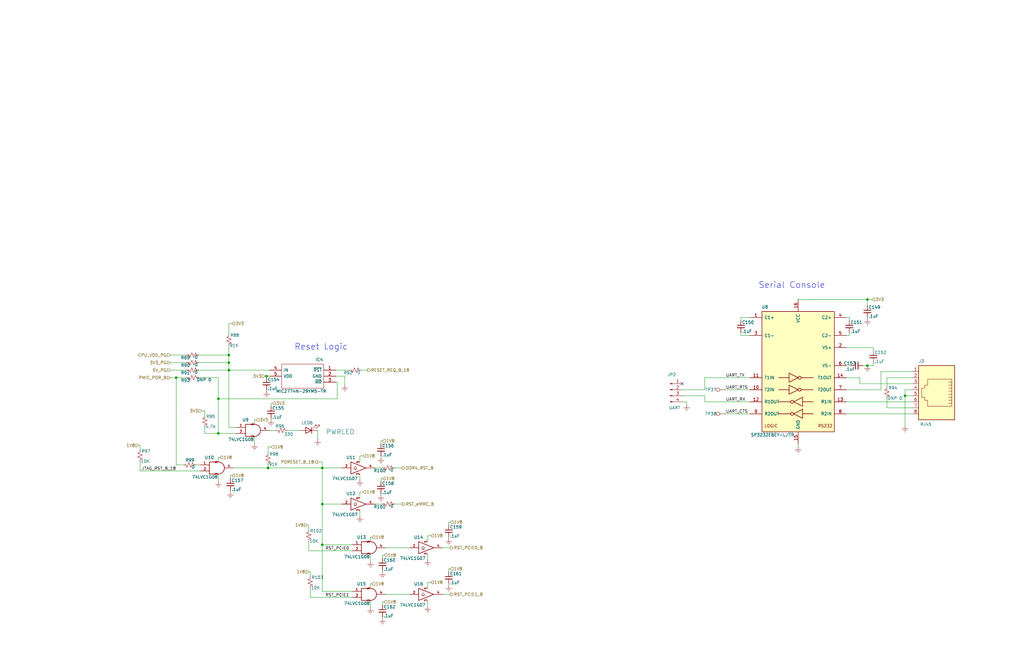
<source format=kicad_sch>
(kicad_sch (version 20200828) (generator eeschema)
  (page 6 6)
  (paper "USLedger")
  (title_block (title "AP2100-power-proto") (date "2020-10-06") (rev "1") (company "ISis ImageStream Internet Solutions, Inc."))
  (lib_symbols
    (symbol "AP2100-rescue:GND-Scott" (power) (pin_names (offset 0))
      (property "Value" "GND-Scott" (at 0 -3.81 0))
      (symbol "GND-Scott_1_1"
        (polyline (pts (xy -0.635 -1.905) (xy 0.635 -1.905)))
        (polyline (pts (xy -0.127 -2.54) (xy 0.127 -2.54)))
        (polyline (pts (xy 0 -1.27) (xy 0 0)))
        (polyline (pts (xy 1.27 -1.27) (xy -1.27 -1.27)))
        (pin power_in line (at 0 0 270) (length 0) hide (name "GND") (number "1"))
      )
    )
    (symbol "Connector:Conn_01x04_Male" (pin_names (offset 1.016) hide)
      (property "Reference" "J" (at 0 5.08 0))
      (property "Value" "Conn_01x04_Male" (at 0 -7.62 0))
      (symbol "Conn_01x04_Male_1_1"
        (rectangle (start 0.8636 -4.953) (end 0 -5.207) (stroke (width 0.1524)) (fill (type outline)))
        (rectangle (start 0.8636 -2.413) (end 0 -2.667) (stroke (width 0.1524)) (fill (type outline)))
        (rectangle (start 0.8636 0.127) (end 0 -0.127) (stroke (width 0.1524)) (fill (type outline)))
        (rectangle (start 0.8636 2.667) (end 0 2.413) (stroke (width 0.1524)) (fill (type outline)))
        (polyline (pts (xy 1.27 -5.08) (xy 0.8636 -5.08)) (stroke (width 0.1524)))
        (polyline (pts (xy 1.27 -2.54) (xy 0.8636 -2.54)) (stroke (width 0.1524)))
        (polyline (pts (xy 1.27 0) (xy 0.8636 0)) (stroke (width 0.1524)))
        (polyline (pts (xy 1.27 2.54) (xy 0.8636 2.54)) (stroke (width 0.1524)))
        (pin passive line (at 5.08 2.54 180) (length 3.81) (name "Pin_1") (number "1"))
        (pin passive line (at 5.08 0 180) (length 3.81) (name "Pin_2") (number "2"))
        (pin passive line (at 5.08 -2.54 180) (length 3.81) (name "Pin_3") (number "3"))
        (pin passive line (at 5.08 -5.08 180) (length 3.81) (name "Pin_4") (number "4"))
      )
    )
    (symbol "Connector:RJ45" (pin_names (offset 1.016))
      (property "Reference" "J" (at -5.08 13.97 0))
      (property "Value" "RJ45" (at 2.54 13.97 0))
      (symbol "RJ45_0_1"
        (rectangle (start 7.62 12.7) (end -7.62 -10.16) (stroke (width 0.254)) (fill (type background)))
        (polyline (pts (xy -5.08 4.445) (xy -6.35 4.445)))
        (polyline (pts (xy -5.08 5.715) (xy -6.35 5.715)))
        (polyline (pts (xy -6.35 -3.175) (xy -5.08 -3.175) (xy -5.08 -3.175)))
        (polyline (pts (xy -6.35 -1.905) (xy -5.08 -1.905) (xy -5.08 -1.905)))
        (polyline (pts (xy -6.35 -0.635) (xy -5.08 -0.635) (xy -5.08 -0.635)))
        (polyline (pts (xy -6.35 0.635) (xy -5.08 0.635) (xy -5.08 0.635)))
        (polyline (pts (xy -6.35 1.905) (xy -5.08 1.905) (xy -5.08 1.905)))
        (polyline (pts (xy -5.08 3.175) (xy -6.35 3.175) (xy -6.35 3.175)))
        (polyline (pts (xy -6.35 -4.445) (xy -6.35 6.985) (xy 3.81 6.985) (xy 3.81 4.445) (xy 5.08 4.445) (xy 5.08 3.175) (xy 6.35 3.175) (xy 6.35 -0.635) (xy 5.08 -0.635) (xy 5.08 -1.905) (xy 3.81 -1.905) (xy 3.81 -4.445) (xy -6.35 -4.445) (xy -6.35 -4.445)))
      )
      (symbol "RJ45_1_1"
        (pin passive line (at 10.16 -7.62 180) (length 2.54) (name "~") (number "1"))
        (pin passive line (at 10.16 -5.08 180) (length 2.54) (name "~") (number "2"))
        (pin passive line (at 10.16 -2.54 180) (length 2.54) (name "~") (number "3"))
        (pin passive line (at 10.16 0 180) (length 2.54) (name "~") (number "4"))
        (pin passive line (at 10.16 2.54 180) (length 2.54) (name "~") (number "5"))
        (pin passive line (at 10.16 5.08 180) (length 2.54) (name "~") (number "6"))
        (pin passive line (at 10.16 7.62 180) (length 2.54) (name "~") (number "7"))
        (pin passive line (at 10.16 10.16 180) (length 2.54) (name "~") (number "8"))
      )
    )
    (symbol "Connector:TestPoint" (pin_numbers hide) (pin_names (offset 0.762) hide)
      (property "Reference" "TP" (at 0 6.858 0))
      (property "Value" "TestPoint" (at 0 5.08 0))
      (symbol "TestPoint_0_1"
        (circle (center 0 3.302) (radius 0.762))
      )
      (symbol "TestPoint_1_1"
        (pin passive line (at 0 0 90) (length 2.54) (name "1") (number "1"))
      )
    )
    (symbol "Device:C_Small" (pin_numbers hide) (pin_names (offset 0.254) hide)
      (property "Reference" "C" (at 0.254 1.778 0))
      (property "Value" "C_Small" (at 0.254 -2.032 0))
      (symbol "C_Small_0_1"
        (polyline (pts (xy -1.524 -0.508) (xy 1.524 -0.508)) (stroke (width 0.3302)))
        (polyline (pts (xy -1.524 0.508) (xy 1.524 0.508)) (stroke (width 0.3048)))
      )
      (symbol "C_Small_1_1"
        (pin passive line (at 0 2.54 270) (length 2.032) (name "~") (number "1"))
        (pin passive line (at 0 -2.54 90) (length 2.032) (name "~") (number "2"))
      )
    )
    (symbol "Device:LED" (pin_numbers hide) (pin_names (offset 1.016) hide)
      (property "Reference" "D" (at 0 2.54 0))
      (property "Value" "LED" (at 0 -2.54 0))
      (symbol "LED_0_1"
        (polyline (pts (xy -1.27 -1.27) (xy -1.27 1.27)) (stroke (width 0.254)))
        (polyline (pts (xy -1.27 0) (xy 1.27 0)))
        (polyline (pts (xy 1.27 -1.27) (xy 1.27 1.27) (xy -1.27 0) (xy 1.27 -1.27)) (stroke (width 0.254)))
        (polyline (pts (xy -3.048 -0.762) (xy -4.572 -2.286) (xy -3.81 -2.286) (xy -4.572 -2.286) (xy -4.572 -1.524)))
        (polyline (pts (xy -1.778 -0.762) (xy -3.302 -2.286) (xy -2.54 -2.286) (xy -3.302 -2.286) (xy -3.302 -1.524)))
      )
      (symbol "LED_1_1"
        (pin passive line (at -3.81 0 0) (length 2.54) (name "K") (number "1"))
        (pin passive line (at 3.81 0 180) (length 2.54) (name "A") (number "2"))
      )
    )
    (symbol "Device:R_Small_US" (pin_numbers hide) (pin_names (offset 0.254) hide)
      (property "Reference" "R" (at 0.762 0.508 0))
      (property "Value" "R_Small_US" (at 0.762 -1.016 0))
      (symbol "R_Small_US_1_1"
        (polyline (pts (xy 0 0) (xy 1.016 -0.381) (xy 0 -0.762) (xy -1.016 -1.143) (xy 0 -1.524)))
        (polyline (pts (xy 0 1.524) (xy 1.016 1.143) (xy 0 0.762) (xy -1.016 0.381) (xy 0 0)))
        (pin passive line (at 0 2.54 270) (length 1.016) (name "~") (number "1"))
        (pin passive line (at 0 -2.54 90) (length 1.016) (name "~") (number "2"))
      )
    )
    (symbol "Interface_UART:MAX3232" (pin_names (offset 1.016))
      (property "Reference" "U" (at -2.54 28.575 0))
      (property "Value" "MAX3232" (at -2.54 26.67 0))
      (symbol "MAX3232_0_1"
        (circle (center -2.54 -17.78) (radius 0.635) (stroke (width 0.254)))
        (circle (center -2.54 -12.7) (radius 0.635) (stroke (width 0.254)))
        (circle (center 0.635 -7.62) (radius 0.635) (stroke (width 0.254)))
        (circle (center 0.635 -2.54) (radius 0.635) (stroke (width 0.254)))
        (rectangle (start -15.24 -25.4) (end 15.24 25.4) (stroke (width 0.254)) (fill (type background)))
        (polyline (pts (xy -3.81 -7.62) (xy -8.255 -7.62)) (stroke (width 0.254)))
        (polyline (pts (xy -3.81 -2.54) (xy -8.255 -2.54)) (stroke (width 0.254)))
        (polyline (pts (xy -3.175 -17.78) (xy -8.255 -17.78)) (stroke (width 0.254)))
        (polyline (pts (xy -3.175 -12.7) (xy -8.255 -12.7)) (stroke (width 0.254)))
        (polyline (pts (xy 1.27 -7.62) (xy 6.35 -7.62)) (stroke (width 0.254)))
        (polyline (pts (xy 1.27 -2.54) (xy 6.35 -2.54)) (stroke (width 0.254)))
        (polyline (pts (xy 1.905 -17.78) (xy 6.35 -17.78)) (stroke (width 0.254)))
        (polyline (pts (xy 1.905 -12.7) (xy 6.35 -12.7)) (stroke (width 0.254)))
        (polyline (pts (xy -3.81 -5.715) (xy -3.81 -9.525) (xy 0 -7.62) (xy -3.81 -5.715)) (stroke (width 0.254)))
        (polyline (pts (xy -3.81 -0.635) (xy -3.81 -4.445) (xy 0 -2.54) (xy -3.81 -0.635)) (stroke (width 0.254)))
        (polyline (pts (xy 1.905 -15.875) (xy 1.905 -19.685) (xy -1.905 -17.78) (xy 1.905 -15.875)) (stroke (width 0.254)))
        (polyline (pts (xy 1.905 -10.795) (xy 1.905 -14.605) (xy -1.905 -12.7) (xy 1.905 -10.795)) (stroke (width 0.254)))
      )
      (symbol "MAX3232_0_0"
        (text "LOGIC" (at -11.43 -22.86 0) (effects (font (size 1.27 1.27))))
        (text "RS232" (at 11.43 -22.86 0) (effects (font (size 1.27 1.27))))
      )
      (symbol "MAX3232_1_1"
        (pin passive line (at -20.32 22.86 0) (length 5.08) (name "C1+") (number "1"))
        (pin input line (at -20.32 -7.62 0) (length 5.08) (name "T2IN") (number "10"))
        (pin input line (at -20.32 -2.54 0) (length 5.08) (name "T1IN") (number "11"))
        (pin output line (at -20.32 -12.7 0) (length 5.08) (name "R1OUT") (number "12"))
        (pin input line (at 20.32 -12.7 180) (length 5.08) (name "R1IN") (number "13"))
        (pin output line (at 20.32 -2.54 180) (length 5.08) (name "T1OUT") (number "14"))
        (pin power_in line (at 0 -30.48 90) (length 5.08) (name "GND") (number "15"))
        (pin power_in line (at 0 30.48 270) (length 5.08) (name "VCC") (number "16"))
        (pin power_out line (at 20.32 10.16 180) (length 5.08) (name "VS+") (number "2"))
        (pin passive line (at -20.32 15.24 0) (length 5.08) (name "C1-") (number "3"))
        (pin passive line (at 20.32 22.86 180) (length 5.08) (name "C2+") (number "4"))
        (pin passive line (at 20.32 15.24 180) (length 5.08) (name "C2-") (number "5"))
        (pin power_out line (at 20.32 2.54 180) (length 5.08) (name "VS-") (number "6"))
        (pin output line (at 20.32 -7.62 180) (length 5.08) (name "T2OUT") (number "7"))
        (pin input line (at 20.32 -17.78 180) (length 5.08) (name "R2IN") (number "8"))
        (pin output line (at -20.32 -17.78 0) (length 5.08) (name "R2OUT") (number "9"))
      )
    )
    (symbol "MIC2774L-29YM5-TR:MIC2774L-29YM5-TR" (pin_names (offset 0.762))
      (property "Reference" "IC" (at 24.13 7.62 0))
      (property "Value" "MIC2774L-29YM5-TR" (at 24.13 5.08 0))
      (symbol "MIC2774L-29YM5-TR_0_1"
        (polyline (pts (xy 5.08 2.54) (xy 22.86 2.54) (xy 22.86 -7.62) (xy 5.08 -7.62) (xy 5.08 2.54)) (stroke (width 0.1524)))
      )
      (symbol "MIC2774L-29YM5-TR_0_0"
        (pin passive line (at 0 0 0) (length 5.08) (name "~RST") (number "1"))
        (pin passive line (at 0 -2.54 0) (length 5.08) (name "GND") (number "2"))
        (pin passive line (at 0 -5.08 0) (length 5.08) (name "~MR") (number "3"))
        (pin passive line (at 27.94 0 180) (length 5.08) (name "IN") (number "4"))
        (pin passive line (at 27.94 -2.54 180) (length 5.08) (name "VDD") (number "5"))
      )
    )
    (symbol "Scott:74LVC1G07" (pin_names (offset 1.016))
      (property "Reference" "U" (at -2.54 3.81 0))
      (property "Value" "74LVC1G07" (at 0 -3.81 0))
      (symbol "74LVC1G07_0_1"
        (polyline (pts (xy -2.54 -0.635) (xy -1.27 -0.635)))
        (polyline (pts (xy -3.81 2.54) (xy -3.81 -2.54) (xy 2.54 0) (xy -3.81 2.54)) (stroke (width 0.254)))
        (polyline (pts (xy -1.905 0.635) (xy -2.54 0) (xy -1.905 -0.635) (xy -1.27 0) (xy -1.905 0.635)))
      )
      (symbol "74LVC1G07_1_1"
        (pin input line (at -7.62 0 0) (length 3.81) (name "~") (number "2"))
        (pin power_in line (at 0 -2.54 270) (length 0) (name "~") (number "3"))
        (pin open_collector line (at 6.35 0 180) (length 3.81) (name "~") (number "4"))
        (pin power_in line (at 0 2.54 90) (length 0) (name "~") (number "5"))
      )
    )
    (symbol "Scott:74LVC1G07_1" (pin_names (offset 1.016))
      (property "Reference" "U" (at -2.54 3.81 0))
      (property "Value" "74LVC1G07" (at 0 -3.81 0))
      (symbol "74LVC1G07_1_0_1"
        (polyline (pts (xy -2.54 -0.635) (xy -1.27 -0.635)))
        (polyline (pts (xy -3.81 2.54) (xy -3.81 -2.54) (xy 2.54 0) (xy -3.81 2.54)) (stroke (width 0.254)))
        (polyline (pts (xy -1.905 0.635) (xy -2.54 0) (xy -1.905 -0.635) (xy -1.27 0) (xy -1.905 0.635)))
      )
      (symbol "74LVC1G07_1_1_1"
        (pin input line (at -7.62 0 0) (length 3.81) (name "~") (number "2"))
        (pin power_in line (at 0 -2.54 270) (length 0) (name "~") (number "3"))
        (pin open_collector line (at 6.35 0 180) (length 3.81) (name "~") (number "4"))
        (pin power_in line (at 0 2.54 90) (length 0) (name "~") (number "5"))
      )
    )
    (symbol "Scott:74LVC1G07_2" (pin_names (offset 1.016))
      (property "Reference" "U" (at -2.54 3.81 0))
      (property "Value" "74LVC1G07" (at 0 -3.81 0))
      (symbol "74LVC1G07_2_0_1"
        (polyline (pts (xy -2.54 -0.635) (xy -1.27 -0.635)))
        (polyline (pts (xy -3.81 2.54) (xy -3.81 -2.54) (xy 2.54 0) (xy -3.81 2.54)) (stroke (width 0.254)))
        (polyline (pts (xy -1.905 0.635) (xy -2.54 0) (xy -1.905 -0.635) (xy -1.27 0) (xy -1.905 0.635)))
      )
      (symbol "74LVC1G07_2_1_1"
        (pin input line (at -7.62 0 0) (length 3.81) (name "~") (number "2"))
        (pin power_in line (at 0 -2.54 270) (length 0) (name "~") (number "3"))
        (pin open_collector line (at 6.35 0 180) (length 3.81) (name "~") (number "4"))
        (pin power_in line (at 0 2.54 90) (length 0) (name "~") (number "5"))
      )
    )
    (symbol "Scott:74LVC1G07_3" (pin_names (offset 1.016))
      (property "Reference" "U" (at -2.54 3.81 0))
      (property "Value" "74LVC1G07" (at 0 -3.81 0))
      (symbol "74LVC1G07_3_0_1"
        (polyline (pts (xy -2.54 -0.635) (xy -1.27 -0.635)))
        (polyline (pts (xy -3.81 2.54) (xy -3.81 -2.54) (xy 2.54 0) (xy -3.81 2.54)) (stroke (width 0.254)))
        (polyline (pts (xy -1.905 0.635) (xy -2.54 0) (xy -1.905 -0.635) (xy -1.27 0) (xy -1.905 0.635)))
      )
      (symbol "74LVC1G07_3_1_1"
        (pin input line (at -7.62 0 0) (length 3.81) (name "~") (number "2"))
        (pin power_in line (at 0 -2.54 270) (length 0) (name "~") (number "3"))
        (pin open_collector line (at 6.35 0 180) (length 3.81) (name "~") (number "4"))
        (pin power_in line (at 0 2.54 90) (length 0) (name "~") (number "5"))
      )
    )
    (symbol "Scott:74LVC1G08" (pin_names (offset 1.016))
      (property "Reference" "U" (at -2.54 3.81 0))
      (property "Value" "74LVC1G08" (at 0 -3.81 0))
      (symbol "74LVC1G08_0_1"
        (arc (start 0 -2.54) (end 0 2.54) (radius (at 0 0) (length 2.54) (angles -89.9 89.9)) (stroke (width 0.254)))
        (polyline (pts (xy 0 -2.54) (xy -3.81 -2.54) (xy -3.81 2.54) (xy 0 2.54)) (stroke (width 0.254)))
      )
      (symbol "74LVC1G08_1_1"
        (pin input line (at -7.62 1.27 0) (length 3.81) (name "~") (number "1"))
        (pin input line (at -7.62 -1.27 0) (length 3.81) (name "~") (number "2"))
        (pin power_in line (at 0 -2.54 270) (length 0) (name "~") (number "3"))
        (pin output line (at 6.35 0 180) (length 3.81) (name "~") (number "4"))
        (pin power_in line (at 0 2.54 90) (length 0) (name "~") (number "5"))
      )
    )
    (symbol "Scott:74LVC1G08_1" (pin_names (offset 1.016))
      (property "Reference" "U" (at -2.54 3.81 0))
      (property "Value" "74LVC1G08" (at 0 -3.81 0))
      (symbol "74LVC1G08_1_0_1"
        (arc (start 0 -2.54) (end 0 2.54) (radius (at 0 0) (length 2.54) (angles -89.9 89.9)) (stroke (width 0.254)))
        (polyline (pts (xy 0 -2.54) (xy -3.81 -2.54) (xy -3.81 2.54) (xy 0 2.54)) (stroke (width 0.254)))
      )
      (symbol "74LVC1G08_1_1_1"
        (pin input line (at -7.62 1.27 0) (length 3.81) (name "~") (number "1"))
        (pin input line (at -7.62 -1.27 0) (length 3.81) (name "~") (number "2"))
        (pin power_in line (at 0 -2.54 270) (length 0) (name "~") (number "3"))
        (pin output line (at 6.35 0 180) (length 3.81) (name "~") (number "4"))
        (pin power_in line (at 0 2.54 90) (length 0) (name "~") (number "5"))
      )
    )
    (symbol "Scott:74LVC1G08_2" (pin_names (offset 1.016))
      (property "Reference" "U" (at -2.54 3.81 0))
      (property "Value" "74LVC1G08" (at 0 -3.81 0))
      (symbol "74LVC1G08_2_0_1"
        (arc (start 0 -2.54) (end 0 2.54) (radius (at 0 0) (length 2.54) (angles -89.9 89.9)) (stroke (width 0.254)))
        (polyline (pts (xy 0 -2.54) (xy -3.81 -2.54) (xy -3.81 2.54) (xy 0 2.54)) (stroke (width 0.254)))
      )
      (symbol "74LVC1G08_2_1_1"
        (pin input line (at -7.62 1.27 0) (length 3.81) (name "~") (number "1"))
        (pin input line (at -7.62 -1.27 0) (length 3.81) (name "~") (number "2"))
        (pin power_in line (at 0 -2.54 270) (length 0) (name "~") (number "3"))
        (pin output line (at 6.35 0 180) (length 3.81) (name "~") (number "4"))
        (pin power_in line (at 0 2.54 90) (length 0) (name "~") (number "5"))
      )
    )
    (symbol "Scott:74LVC1G08_3" (pin_names (offset 1.016))
      (property "Reference" "U" (at -2.54 3.81 0))
      (property "Value" "74LVC1G08" (at 0 -3.81 0))
      (symbol "74LVC1G08_3_0_1"
        (arc (start 0 -2.54) (end 0 2.54) (radius (at 0 0) (length 2.54) (angles -89.9 89.9)) (stroke (width 0.254)))
        (polyline (pts (xy 0 -2.54) (xy -3.81 -2.54) (xy -3.81 2.54) (xy 0 2.54)) (stroke (width 0.254)))
      )
      (symbol "74LVC1G08_3_1_1"
        (pin input line (at -7.62 1.27 0) (length 3.81) (name "~") (number "1"))
        (pin input line (at -7.62 -1.27 0) (length 3.81) (name "~") (number "2"))
        (pin power_in line (at 0 -2.54 270) (length 0) (name "~") (number "3"))
        (pin output line (at 6.35 0 180) (length 3.81) (name "~") (number "4"))
        (pin power_in line (at 0 2.54 90) (length 0) (name "~") (number "5"))
      )
    )
  )
  (junction (at 74.295 159.385) (diameter 0.9144))
  (junction (at 92.075 168.275) (diameter 0.9144))
  (junction (at 92.075 182.88) (diameter 0.9144))
  (junction (at 96.52 149.86) (diameter 0.9144))
  (junction (at 96.52 153.035) (diameter 0.9144))
  (junction (at 96.52 156.21) (diameter 0.9144))
  (junction (at 112.395 158.75) (diameter 0.9144))
  (junction (at 113.03 197.485) (diameter 0.9144))
  (junction (at 135.89 197.485) (diameter 0.9144))
  (junction (at 135.89 212.725) (diameter 0.9144))
  (junction (at 135.89 229.87) (diameter 0.9144))
  (junction (at 365.76 126.365) (diameter 0.9144))
  (junction (at 365.76 154.305) (diameter 0.9144))
  (junction (at 381.635 167.005) (diameter 0.9144))
  (no_connect (at 287.655 161.925))
  (wire (pts (xy 58.42 187.96) (xy 59.055 187.96)))
  (wire (pts (xy 59.055 187.96) (xy 59.055 189.865)))
  (wire (pts (xy 59.055 194.945) (xy 59.055 198.755)))
  (wire (pts (xy 59.055 198.755) (xy 84.455 198.755)))
  (wire (pts (xy 71.755 149.86) (xy 78.74 149.86)))
  (wire (pts (xy 71.755 153.035) (xy 78.74 153.035)))
  (wire (pts (xy 71.755 156.21) (xy 78.74 156.21)))
  (wire (pts (xy 71.755 159.385) (xy 74.295 159.385)))
  (wire (pts (xy 74.295 159.385) (xy 74.295 196.215)))
  (wire (pts (xy 74.295 159.385) (xy 78.74 159.385)))
  (wire (pts (xy 74.295 196.215) (xy 77.47 196.215)))
  (wire (pts (xy 82.55 196.215) (xy 84.455 196.215)))
  (wire (pts (xy 83.82 153.035) (xy 96.52 153.035)))
  (wire (pts (xy 83.82 156.21) (xy 96.52 156.21)))
  (wire (pts (xy 85.09 173.355) (xy 86.36 173.355)))
  (wire (pts (xy 86.36 173.355) (xy 86.36 175.26)))
  (wire (pts (xy 86.36 180.34) (xy 86.36 182.88)))
  (wire (pts (xy 86.36 182.88) (xy 92.075 182.88)))
  (wire (pts (xy 92.075 159.385) (xy 83.82 159.385)))
  (wire (pts (xy 92.075 168.275) (xy 92.075 159.385)))
  (wire (pts (xy 92.075 182.88) (xy 92.075 168.275)))
  (wire (pts (xy 92.075 193.04) (xy 92.71 193.04)))
  (wire (pts (xy 92.075 194.945) (xy 92.075 193.04)))
  (wire (pts (xy 92.075 200.025) (xy 92.075 203.2)))
  (wire (pts (xy 96.52 136.525) (xy 96.52 140.97)))
  (wire (pts (xy 96.52 146.05) (xy 96.52 149.86)))
  (wire (pts (xy 96.52 149.86) (xy 83.82 149.86)))
  (wire (pts (xy 96.52 153.035) (xy 96.52 149.86)))
  (wire (pts (xy 96.52 156.21) (xy 96.52 153.035)))
  (wire (pts (xy 96.52 156.21) (xy 96.52 180.34)))
  (wire (pts (xy 96.52 156.21) (xy 113.665 156.21)))
  (wire (pts (xy 96.52 180.34) (xy 99.695 180.34)))
  (wire (pts (xy 97.155 200.66) (xy 97.79 200.66)))
  (wire (pts (xy 97.155 201.93) (xy 97.155 200.66)))
  (wire (pts (xy 97.155 207.01) (xy 97.155 207.645)))
  (wire (pts (xy 97.79 136.525) (xy 96.52 136.525)))
  (wire (pts (xy 98.425 197.485) (xy 113.03 197.485)))
  (wire (pts (xy 99.695 182.88) (xy 92.075 182.88)))
  (wire (pts (xy 107.315 177.165) (xy 107.95 177.165)))
  (wire (pts (xy 107.315 179.07) (xy 107.315 177.165)))
  (wire (pts (xy 107.315 184.15) (xy 107.315 187.325)))
  (wire (pts (xy 111.76 158.75) (xy 112.395 158.75)))
  (wire (pts (xy 112.395 158.75) (xy 112.395 159.385)))
  (wire (pts (xy 112.395 158.75) (xy 113.665 158.75)))
  (wire (pts (xy 112.395 164.465) (xy 112.395 165.1)))
  (wire (pts (xy 113.03 188.595) (xy 113.03 191.135)))
  (wire (pts (xy 113.03 197.485) (xy 113.03 196.215)))
  (wire (pts (xy 113.03 197.485) (xy 135.89 197.485)))
  (wire (pts (xy 113.665 181.61) (xy 116.205 181.61)))
  (wire (pts (xy 114.3 170.18) (xy 114.935 170.18)))
  (wire (pts (xy 114.3 171.45) (xy 114.3 170.18)))
  (wire (pts (xy 114.3 176.53) (xy 114.3 177.165)))
  (wire (pts (xy 114.3 188.595) (xy 113.03 188.595)))
  (wire (pts (xy 121.285 181.61) (xy 126.365 181.61)))
  (wire (pts (xy 129.54 221.615) (xy 130.175 221.615)))
  (wire (pts (xy 130.175 221.615) (xy 130.175 223.52)))
  (wire (pts (xy 130.175 228.6) (xy 130.175 232.41)))
  (wire (pts (xy 130.175 232.41) (xy 148.59 232.41)))
  (wire (pts (xy 130.175 241.3) (xy 130.81 241.3)))
  (wire (pts (xy 130.81 241.3) (xy 130.81 243.205)))
  (wire (pts (xy 130.81 248.285) (xy 130.81 252.095)))
  (wire (pts (xy 130.81 252.095) (xy 148.59 252.095)))
  (wire (pts (xy 133.985 181.61) (xy 133.985 185.42)))
  (wire (pts (xy 133.985 194.945) (xy 135.89 194.945)))
  (wire (pts (xy 135.89 194.945) (xy 135.89 197.485)))
  (wire (pts (xy 135.89 197.485) (xy 144.145 197.485)))
  (wire (pts (xy 135.89 212.725) (xy 135.89 197.485)))
  (wire (pts (xy 135.89 212.725) (xy 135.89 229.87)))
  (wire (pts (xy 135.89 229.87) (xy 135.89 249.555)))
  (wire (pts (xy 135.89 229.87) (xy 148.59 229.87)))
  (wire (pts (xy 135.89 249.555) (xy 148.59 249.555)))
  (wire (pts (xy 141.605 156.21) (xy 147.32 156.21)))
  (wire (pts (xy 141.605 158.75) (xy 145.415 158.75)))
  (wire (pts (xy 141.605 161.29) (xy 142.24 161.29)))
  (wire (pts (xy 142.24 161.29) (xy 142.24 168.275)))
  (wire (pts (xy 142.24 168.275) (xy 92.075 168.275)))
  (wire (pts (xy 144.145 212.725) (xy 135.89 212.725)))
  (wire (pts (xy 145.415 158.75) (xy 145.415 162.56)))
  (wire (pts (xy 151.765 192.405) (xy 151.765 194.945)))
  (wire (pts (xy 151.765 200.025) (xy 151.765 202.565)))
  (wire (pts (xy 151.765 207.645) (xy 151.765 210.185)))
  (wire (pts (xy 151.765 215.265) (xy 151.765 217.805)))
  (wire (pts (xy 152.4 156.21) (xy 154.94 156.21)))
  (wire (pts (xy 153.035 192.405) (xy 151.765 192.405)))
  (wire (pts (xy 153.035 207.645) (xy 151.765 207.645)))
  (wire (pts (xy 156.21 226.695) (xy 156.845 226.695)))
  (wire (pts (xy 156.21 228.6) (xy 156.21 226.695)))
  (wire (pts (xy 156.21 233.68) (xy 156.21 236.855)))
  (wire (pts (xy 156.21 246.38) (xy 156.845 246.38)))
  (wire (pts (xy 156.21 248.285) (xy 156.21 246.38)))
  (wire (pts (xy 156.21 253.365) (xy 156.21 256.54)))
  (wire (pts (xy 158.115 197.485) (xy 161.29 197.485)))
  (wire (pts (xy 158.115 212.725) (xy 161.29 212.725)))
  (wire (pts (xy 160.655 186.055) (xy 161.29 186.055)))
  (wire (pts (xy 160.655 187.325) (xy 160.655 186.055)))
  (wire (pts (xy 160.655 192.405) (xy 160.655 193.04)))
  (wire (pts (xy 160.655 201.93) (xy 161.29 201.93)))
  (wire (pts (xy 160.655 203.2) (xy 160.655 201.93)))
  (wire (pts (xy 160.655 208.28) (xy 160.655 208.915)))
  (wire (pts (xy 161.29 234.315) (xy 161.925 234.315)))
  (wire (pts (xy 161.29 235.585) (xy 161.29 234.315)))
  (wire (pts (xy 161.29 240.665) (xy 161.29 241.3)))
  (wire (pts (xy 161.29 254) (xy 161.925 254)))
  (wire (pts (xy 161.29 255.27) (xy 161.29 254)))
  (wire (pts (xy 161.29 260.35) (xy 161.29 260.985)))
  (wire (pts (xy 162.56 231.14) (xy 172.72 231.14)))
  (wire (pts (xy 162.56 250.825) (xy 172.72 250.825)))
  (wire (pts (xy 166.37 197.485) (xy 169.545 197.485)))
  (wire (pts (xy 166.37 212.725) (xy 169.545 212.725)))
  (wire (pts (xy 180.34 226.06) (xy 180.34 228.6)))
  (wire (pts (xy 180.34 233.68) (xy 180.34 236.22)))
  (wire (pts (xy 180.34 245.745) (xy 180.34 248.285)))
  (wire (pts (xy 180.34 253.365) (xy 180.34 255.905)))
  (wire (pts (xy 181.61 226.06) (xy 180.34 226.06)))
  (wire (pts (xy 181.61 245.745) (xy 180.34 245.745)))
  (wire (pts (xy 186.69 231.14) (xy 189.865 231.14)))
  (wire (pts (xy 186.69 250.825) (xy 189.865 250.825)))
  (wire (pts (xy 189.23 220.345) (xy 189.865 220.345)))
  (wire (pts (xy 189.23 221.615) (xy 189.23 220.345)))
  (wire (pts (xy 189.23 226.695) (xy 189.23 227.33)))
  (wire (pts (xy 189.23 240.03) (xy 189.865 240.03)))
  (wire (pts (xy 189.23 241.3) (xy 189.23 240.03)))
  (wire (pts (xy 189.23 246.38) (xy 189.23 247.015)))
  (wire (pts (xy 287.655 164.465) (xy 297.18 164.465)))
  (wire (pts (xy 289.56 169.545) (xy 287.655 169.545)))
  (wire (pts (xy 289.56 170.815) (xy 289.56 169.545)))
  (wire (pts (xy 297.18 159.385) (xy 316.23 159.385)))
  (wire (pts (xy 297.18 164.465) (xy 297.18 159.385)))
  (wire (pts (xy 297.18 167.005) (xy 287.655 167.005)))
  (wire (pts (xy 297.18 169.545) (xy 297.18 167.005)))
  (wire (pts (xy 297.18 169.545) (xy 316.23 169.545)))
  (wire (pts (xy 306.07 164.465) (xy 316.23 164.465)))
  (wire (pts (xy 306.07 174.625) (xy 316.23 174.625)))
  (wire (pts (xy 312.42 133.985) (xy 312.42 135.255)))
  (wire (pts (xy 312.42 140.335) (xy 312.42 141.605)))
  (wire (pts (xy 312.42 141.605) (xy 316.23 141.605)))
  (wire (pts (xy 316.23 133.985) (xy 312.42 133.985)))
  (wire (pts (xy 336.55 126.365) (xy 365.76 126.365)))
  (wire (pts (xy 336.55 187.325) (xy 336.55 188.595)))
  (wire (pts (xy 356.87 133.985) (xy 358.14 133.985)))
  (wire (pts (xy 356.87 146.685) (xy 368.3 146.685)))
  (wire (pts (xy 356.87 154.305) (xy 358.775 154.305)))
  (wire (pts (xy 356.87 159.385) (xy 362.585 159.385)))
  (wire (pts (xy 356.87 164.465) (xy 371.475 164.465)))
  (wire (pts (xy 356.87 169.545) (xy 384.81 169.545)))
  (wire (pts (xy 356.87 174.625) (xy 384.81 174.625)))
  (wire (pts (xy 358.14 133.985) (xy 358.14 135.255)))
  (wire (pts (xy 358.14 140.335) (xy 358.14 141.605)))
  (wire (pts (xy 358.14 141.605) (xy 356.87 141.605)))
  (wire (pts (xy 362.585 159.385) (xy 362.585 161.925)))
  (wire (pts (xy 362.585 161.925) (xy 384.81 161.925)))
  (wire (pts (xy 363.855 154.305) (xy 365.76 154.305)))
  (wire (pts (xy 365.76 126.365) (xy 365.76 128.905)))
  (wire (pts (xy 365.76 133.985) (xy 365.76 134.62)))
  (wire (pts (xy 365.76 154.305) (xy 368.3 154.305)))
  (wire (pts (xy 367.665 126.365) (xy 365.76 126.365)))
  (wire (pts (xy 368.3 146.685) (xy 368.3 147.955)))
  (wire (pts (xy 368.3 154.305) (xy 368.3 153.035)))
  (wire (pts (xy 371.475 156.845) (xy 384.81 156.845)))
  (wire (pts (xy 371.475 164.465) (xy 371.475 156.845)))
  (wire (pts (xy 374.015 159.385) (xy 384.81 159.385)))
  (wire (pts (xy 374.015 163.195) (xy 374.015 159.385)))
  (wire (pts (xy 374.015 168.275) (xy 374.015 172.085)))
  (wire (pts (xy 374.015 172.085) (xy 384.81 172.085)))
  (wire (pts (xy 381.635 164.465) (xy 381.635 167.005)))
  (wire (pts (xy 381.635 167.005) (xy 381.635 179.705)))
  (wire (pts (xy 384.81 164.465) (xy 381.635 164.465)))
  (wire (pts (xy 384.81 167.005) (xy 381.635 167.005)))
  (text "Reset Logic" (at 146.685 147.955 180) (effects (font (size 2.54 2.54)) (justify right bottom)))
  (text "Serial Console" (at 347.98 121.92 180) (effects (font (size 2.54 2.54)) (justify right bottom)))
  (label "JTAG_RST_B_18" (at 59.69 198.755 0))
  (label "RST_PCIE0" (at 137.16 232.41 0))
  (label "RST_PCIE1" (at 137.16 252.095 0))
  (label "UART_TX" (at 306.07 159.385 0))
  (label "UART_RTS" (at 306.07 164.465 0))
  (label "UART_RX" (at 306.07 169.545 0))
  (label "UART_CTS" (at 306.07 174.625 0))
  (hierarchical_label "1V8" (shape input) (at 58.42 187.96 180))
  (hierarchical_label "CPU_VDD_PG" (shape input) (at 71.755 149.86 180))
  (hierarchical_label "3V3_PG" (shape input) (at 71.755 153.035 180))
  (hierarchical_label "5V_PG" (shape input) (at 71.755 156.21 180))
  (hierarchical_label "PMIC_POR_B" (shape input) (at 71.755 159.385 180))
  (hierarchical_label "3V3" (shape input) (at 85.09 173.355 180))
  (hierarchical_label "1V8" (shape input) (at 92.71 193.04 0))
  (hierarchical_label "3V3" (shape input) (at 97.79 136.525 0))
  (hierarchical_label "1V8" (shape input) (at 97.79 200.66 0))
  (hierarchical_label "3V3" (shape input) (at 107.95 177.165 0))
  (hierarchical_label "3V3" (shape input) (at 111.76 158.75 180))
  (hierarchical_label "1V8" (shape input) (at 114.3 188.595 0))
  (hierarchical_label "3V3" (shape input) (at 114.935 170.18 0))
  (hierarchical_label "1V8" (shape input) (at 129.54 221.615 180))
  (hierarchical_label "1V8" (shape input) (at 130.175 241.3 180))
  (hierarchical_label "PORESET_B_18" (shape output) (at 133.985 194.945 180))
  (hierarchical_label "1V8" (shape input) (at 153.035 192.405 0))
  (hierarchical_label "1V8" (shape input) (at 153.035 207.645 0))
  (hierarchical_label "RESET_REQ_B_18" (shape output) (at 154.94 156.21 0))
  (hierarchical_label "1V8" (shape input) (at 156.845 226.695 0))
  (hierarchical_label "1V8" (shape input) (at 156.845 246.38 0))
  (hierarchical_label "1V8" (shape input) (at 161.29 186.055 0))
  (hierarchical_label "1V8" (shape input) (at 161.29 201.93 0))
  (hierarchical_label "1V8" (shape input) (at 161.925 234.315 0))
  (hierarchical_label "1V8" (shape input) (at 161.925 254 0))
  (hierarchical_label "DDR4_RST_B" (shape output) (at 169.545 197.485 0))
  (hierarchical_label "RST_eMMC_B" (shape output) (at 169.545 212.725 0))
  (hierarchical_label "1V8" (shape input) (at 181.61 226.06 0))
  (hierarchical_label "1V8" (shape input) (at 181.61 245.745 0))
  (hierarchical_label "1V8" (shape input) (at 189.865 220.345 0))
  (hierarchical_label "RST_PCIE0_B" (shape output) (at 189.865 231.14 0))
  (hierarchical_label "1V8" (shape input) (at 189.865 240.03 0))
  (hierarchical_label "RST_PCIE1_B" (shape output) (at 189.865 250.825 0))
  (hierarchical_label "3V3" (shape input) (at 367.665 126.365 0))
  (symbol (lib_id "Connector:TestPoint") (at 306.07 164.465 90) (unit 1)
    (property "Reference" "TP37" (at 299.72 164.465 90))
    (property "Value" "TestPoint" (effects hide))
    (property "Footprint" "TestPoint:TestPoint_Pad_D1.0mm" (effects hide))
  )
  (symbol (lib_id "Connector:TestPoint") (at 306.07 174.625 90) (unit 1)
    (property "Reference" "TP38" (at 299.72 174.625 90))
    (property "Value" "TestPoint" (effects hide))
    (property "Footprint" "TestPoint:TestPoint_Pad_D1.0mm" (effects hide))
  )
  (symbol (lib_id "AP2100-rescue:GND-Scott") (at 92.075 203.2 0) (unit 1)
    (property "Reference" "#PWR0104" (effects hide))
    (property "Value" "GND" (effects hide))
  )
  (symbol (lib_id "AP2100-rescue:GND-Scott") (at 97.155 207.645 0) (unit 1)
    (property "Reference" "#PWR0105" (effects hide))
    (property "Value" "GND" (effects hide))
  )
  (symbol (lib_id "AP2100-rescue:GND-Scott") (at 107.315 187.325 0) (unit 1)
    (property "Reference" "#PWR0100" (effects hide))
    (property "Value" "GND" (effects hide))
  )
  (symbol (lib_id "AP2100-rescue:GND-Scott") (at 112.395 165.1 0) (unit 1)
    (property "Reference" "#PWR095" (effects hide))
    (property "Value" "GND" (effects hide))
  )
  (symbol (lib_id "AP2100-rescue:GND-Scott") (at 114.3 177.165 0) (unit 1)
    (property "Reference" "#PWR097" (effects hide))
    (property "Value" "GND" (effects hide))
  )
  (symbol (lib_id "AP2100-rescue:GND-Scott") (at 133.985 185.42 0) (unit 1)
    (property "Reference" "#PWR099" (effects hide))
    (property "Value" "GND" (effects hide))
  )
  (symbol (lib_id "AP2100-rescue:GND-Scott") (at 145.415 162.56 0) (unit 1)
    (property "Reference" "#PWR094" (effects hide))
    (property "Value" "GND" (effects hide))
  )
  (symbol (lib_id "AP2100-rescue:GND-Scott") (at 151.765 202.565 0) (unit 1)
    (property "Reference" "#PWR0103" (effects hide))
    (property "Value" "GND" (effects hide))
  )
  (symbol (lib_id "AP2100-rescue:GND-Scott") (at 151.765 217.805 0) (unit 1)
    (property "Reference" "#PWR0107" (effects hide))
    (property "Value" "GND" (effects hide))
  )
  (symbol (lib_id "AP2100-rescue:GND-Scott") (at 156.21 236.855 0) (unit 1)
    (property "Reference" "#PWR0110" (effects hide))
    (property "Value" "GND" (effects hide))
  )
  (symbol (lib_id "AP2100-rescue:GND-Scott") (at 156.21 256.54 0) (unit 1)
    (property "Reference" "#PWR0114" (effects hide))
    (property "Value" "GND" (effects hide))
  )
  (symbol (lib_id "AP2100-rescue:GND-Scott") (at 160.655 193.04 0) (unit 1)
    (property "Reference" "#PWR0102" (effects hide))
    (property "Value" "GND" (effects hide))
  )
  (symbol (lib_id "AP2100-rescue:GND-Scott") (at 160.655 208.915 0) (unit 1)
    (property "Reference" "#PWR0106" (effects hide))
    (property "Value" "GND" (effects hide))
  )
  (symbol (lib_id "AP2100-rescue:GND-Scott") (at 161.29 241.3 0) (unit 1)
    (property "Reference" "#PWR0111" (effects hide))
    (property "Value" "GND" (effects hide))
  )
  (symbol (lib_id "AP2100-rescue:GND-Scott") (at 161.29 260.985 0) (unit 1)
    (property "Reference" "#PWR0115" (effects hide))
    (property "Value" "GND" (effects hide))
  )
  (symbol (lib_id "AP2100-rescue:GND-Scott") (at 180.34 236.22 0) (unit 1)
    (property "Reference" "#PWR0109" (effects hide))
    (property "Value" "GND" (effects hide))
  )
  (symbol (lib_id "AP2100-rescue:GND-Scott") (at 180.34 255.905 0) (unit 1)
    (property "Reference" "#PWR0113" (effects hide))
    (property "Value" "GND" (effects hide))
  )
  (symbol (lib_id "AP2100-rescue:GND-Scott") (at 189.23 227.33 0) (unit 1)
    (property "Reference" "#PWR0108" (effects hide))
    (property "Value" "GND" (effects hide))
  )
  (symbol (lib_id "AP2100-rescue:GND-Scott") (at 189.23 247.015 0) (unit 1)
    (property "Reference" "#PWR0112" (effects hide))
    (property "Value" "GND" (effects hide))
  )
  (symbol (lib_id "AP2100-rescue:GND-Scott") (at 289.56 170.815 0) (unit 1)
    (property "Reference" "#PWR096" (effects hide))
    (property "Value" "GND" (effects hide))
  )
  (symbol (lib_id "AP2100-rescue:GND-Scott") (at 336.55 188.595 0) (unit 1)
    (property "Reference" "#PWR0101" (effects hide))
    (property "Value" "GND" (effects hide))
  )
  (symbol (lib_id "AP2100-rescue:GND-Scott") (at 365.76 134.62 0) (unit 1)
    (property "Reference" "#PWR092" (effects hide))
    (property "Value" "GND" (effects hide))
  )
  (symbol (lib_id "AP2100-rescue:GND-Scott") (at 365.76 154.305 0) (unit 1)
    (property "Reference" "#PWR093" (effects hide))
    (property "Value" "GND" (effects hide))
  )
  (symbol (lib_id "AP2100-rescue:GND-Scott") (at 381.635 179.705 0) (unit 1)
    (property "Reference" "#PWR098" (effects hide))
    (property "Value" "GND" (effects hide))
  )
  (symbol (lib_id "Device:R_Small_US") (at 59.055 192.405 0) (mirror x) (unit 1)
    (property "Reference" "R97" (at 59.563 190.373 0) (effects (justify left)))
    (property "Value" "10K" (at 59.309 194.691 0) (effects (justify left)))
    (property "Footprint" "Resistor_SMD:R_0402_1005Metric" (effects hide))
    (property "PartsBoxID" "0402-10K-1%" (effects hide))
  )
  (symbol (lib_id "Device:R_Small_US") (at 80.01 196.215 90) (mirror x) (unit 1)
    (property "Reference" "R99" (at 82.042 194.183 90) (effects (justify left)))
    (property "Value" "0" (at 82.169 197.104 90) (effects (justify left)))
    (property "Footprint" "Resistor_SMD:R_0402_1005Metric" (effects hide))
    (property "PartsBoxID" "0402-0-1%" (effects hide))
  )
  (symbol (lib_id "Device:R_Small_US") (at 81.28 149.86 90) (mirror x) (unit 1)
    (property "Reference" "R89" (at 80.137 151.003 90) (effects (justify left)))
    (property "Value" "0" (at 83.439 150.749 90) (effects (justify left)))
    (property "Footprint" "Resistor_SMD:R_0402_1005Metric" (effects hide))
    (property "PartsBoxID" "0402-0-1%" (effects hide))
  )
  (symbol (lib_id "Device:R_Small_US") (at 81.28 153.035 90) (mirror x) (unit 1)
    (property "Reference" "R90" (at 80.137 154.178 90) (effects (justify left)))
    (property "Value" "0" (at 83.439 153.924 90) (effects (justify left)))
    (property "Footprint" "Resistor_SMD:R_0402_1005Metric" (effects hide))
    (property "PartsBoxID" "0402-0-1%" (effects hide))
  )
  (symbol (lib_id "Device:R_Small_US") (at 81.28 156.21 90) (mirror x) (unit 1)
    (property "Reference" "R91" (at 80.137 157.353 90) (effects (justify left)))
    (property "Value" "0" (at 83.439 157.099 90) (effects (justify left)))
    (property "Footprint" "Resistor_SMD:R_0402_1005Metric" (effects hide))
    (property "PartsBoxID" "0402-0-1%" (effects hide))
  )
  (symbol (lib_id "Device:R_Small_US") (at 81.28 159.385 90) (mirror x) (unit 1)
    (property "Reference" "R93" (at 80.137 160.528 90) (effects (justify left)))
    (property "Value" "DNP 0" (at 89.154 160.274 90) (effects (justify left)))
    (property "Footprint" "Resistor_SMD:R_0402_1005Metric" (effects hide))
    (property "PartsBoxID" "0402-0-1%" (effects hide))
  )
  (symbol (lib_id "Device:R_Small_US") (at 86.36 177.8 0) (mirror x) (unit 1)
    (property "Reference" "R95" (at 86.868 175.768 0) (effects (justify left)))
    (property "Value" "4.7K" (at 86.614 180.086 0) (effects (justify left)))
    (property "Footprint" "Resistor_SMD:R_0402_1005Metric" (effects hide))
    (property "PartsBoxID" "0402-4.7K-1%" (effects hide))
  )
  (symbol (lib_id "Device:R_Small_US") (at 96.52 143.51 0) (mirror x) (unit 1)
    (property "Reference" "R88" (at 97.028 141.478 0) (effects (justify left)))
    (property "Value" "91K" (at 96.774 145.796 0) (effects (justify left)))
    (property "Footprint" "Resistor_SMD:R_0402_1005Metric" (effects hide))
    (property "PartsBoxID" "0402-91K-1%" (effects hide))
  )
  (symbol (lib_id "Device:R_Small_US") (at 113.03 193.675 0) (mirror x) (unit 1)
    (property "Reference" "R98" (at 113.538 191.643 0) (effects (justify left)))
    (property "Value" "91K" (at 113.284 195.961 0) (effects (justify left)))
    (property "Footprint" "Resistor_SMD:R_0402_1005Metric" (effects hide))
    (property "PartsBoxID" "0402-91K-1%" (effects hide))
  )
  (symbol (lib_id "Device:R_Small_US") (at 118.745 181.61 270) (mirror x) (unit 1)
    (property "Reference" "R96" (at 116.078 179.832 90) (effects (justify left)))
    (property "Value" "330" (at 119.761 183.261 90) (effects (justify left)))
    (property "Footprint" "Resistor_SMD:R_0402_1005Metric" (effects hide))
    (property "PartsBoxID" "0402-330-1%" (effects hide))
  )
  (symbol (lib_id "Device:R_Small_US") (at 130.175 226.06 0) (mirror x) (unit 1)
    (property "Reference" "R102" (at 130.683 224.028 0) (effects (justify left)))
    (property "Value" "10K" (at 130.429 228.346 0) (effects (justify left)))
    (property "Footprint" "Resistor_SMD:R_0402_1005Metric" (effects hide))
    (property "PartsBoxID" "0402-10K-1%" (effects hide))
  )
  (symbol (lib_id "Device:R_Small_US") (at 130.81 245.745 0) (mirror x) (unit 1)
    (property "Reference" "R103" (at 131.318 243.713 0) (effects (justify left)))
    (property "Value" "10K" (at 131.064 248.031 0) (effects (justify left)))
    (property "Footprint" "Resistor_SMD:R_0402_1005Metric" (effects hide))
    (property "PartsBoxID" "0402-10K-1%" (effects hide))
  )
  (symbol (lib_id "Device:R_Small_US") (at 149.86 156.21 90) (mirror x) (unit 1)
    (property "Reference" "R92" (at 148.717 157.353 90) (effects (justify left)))
    (property "Value" "0" (at 152.019 157.099 90) (effects (justify left)))
    (property "Footprint" "Resistor_SMD:R_0402_1005Metric" (effects hide))
    (property "PartsBoxID" "0402-0-1%" (effects hide))
  )
  (symbol (lib_id "Device:R_Small_US") (at 163.83 197.485 90) (mirror x) (unit 1)
    (property "Reference" "R100" (at 162.687 198.628 90) (effects (justify left)))
    (property "Value" "0" (at 165.989 198.374 90) (effects (justify left)))
    (property "Footprint" "Resistor_SMD:R_0402_1005Metric" (effects hide))
    (property "PartsBoxID" "0402-0-1%" (effects hide))
  )
  (symbol (lib_id "Device:R_Small_US") (at 163.83 212.725 90) (mirror x) (unit 1)
    (property "Reference" "R101" (at 162.687 213.868 90) (effects (justify left)))
    (property "Value" "0" (at 165.989 213.614 90) (effects (justify left)))
    (property "Footprint" "Resistor_SMD:R_0402_1005Metric" (effects hide))
    (property "PartsBoxID" "0402-0-1%" (effects hide))
  )
  (symbol (lib_id "Device:R_Small_US") (at 374.015 165.735 0) (mirror x) (unit 1)
    (property "Reference" "R94" (at 374.523 163.703 0) (effects (justify left)))
    (property "Value" "DNP 0" (at 374.269 168.021 0) (effects (justify left)))
    (property "Footprint" "Resistor_SMD:R_0402_1005Metric" (effects hide))
    (property "PartsBoxID" "0402-0-1%" (effects hide))
  )
  (symbol (lib_id "Device:C_Small") (at 97.155 204.47 0) (mirror y) (unit 1)
    (property "Reference" "C157" (at 97.5868 202.7174 0) (effects (justify right)))
    (property "Value" ".1uF" (at 97.5868 206.502 0) (effects (justify right)))
    (property "Footprint" "Capacitor_SMD:C_0402_1005Metric" (effects hide))
    (property "PartsBoxID" "0402-.1uF-X5R-25V" (effects hide))
    (property "MPN" "-" (effects hide))
    (property "SPR" "-" (effects hide))
    (property "SPN" "-" (effects hide))
    (property "SPURL" "-" (effects hide))
  )
  (symbol (lib_id "Device:C_Small") (at 112.395 161.925 0) (mirror y) (unit 1)
    (property "Reference" "C154" (at 112.8268 160.1724 0) (effects (justify right)))
    (property "Value" ".1uF" (at 112.8268 163.957 0) (effects (justify right)))
    (property "Footprint" "Capacitor_SMD:C_0402_1005Metric" (effects hide))
    (property "PartsBoxID" "0402-.1uF-X5R-25V" (effects hide))
    (property "MPN" "-" (effects hide))
    (property "SPR" "-" (effects hide))
    (property "SPN" "-" (effects hide))
    (property "SPURL" "-" (effects hide))
  )
  (symbol (lib_id "Device:C_Small") (at 114.3 173.99 0) (mirror y) (unit 1)
    (property "Reference" "C155" (at 114.7318 172.2374 0) (effects (justify right)))
    (property "Value" ".1uF" (at 114.7318 176.022 0) (effects (justify right)))
    (property "Footprint" "Capacitor_SMD:C_0402_1005Metric" (effects hide))
    (property "PartsBoxID" "0402-.1uF-X5R-25V" (effects hide))
    (property "MPN" "-" (effects hide))
    (property "SPR" "-" (effects hide))
    (property "SPN" "-" (effects hide))
    (property "SPURL" "-" (effects hide))
  )
  (symbol (lib_id "Device:C_Small") (at 160.655 189.865 0) (mirror y) (unit 1)
    (property "Reference" "C156" (at 161.0868 188.1124 0) (effects (justify right)))
    (property "Value" ".1uF" (at 161.0868 191.897 0) (effects (justify right)))
    (property "Footprint" "Capacitor_SMD:C_0402_1005Metric" (effects hide))
    (property "PartsBoxID" "0402-.1uF-X5R-25V" (effects hide))
    (property "MPN" "-" (effects hide))
    (property "SPR" "-" (effects hide))
    (property "SPN" "-" (effects hide))
    (property "SPURL" "-" (effects hide))
  )
  (symbol (lib_id "Device:C_Small") (at 160.655 205.74 0) (mirror y) (unit 1)
    (property "Reference" "C158" (at 161.0868 203.9874 0) (effects (justify right)))
    (property "Value" ".1uF" (at 161.0868 207.772 0) (effects (justify right)))
    (property "Footprint" "Capacitor_SMD:C_0402_1005Metric" (effects hide))
    (property "PartsBoxID" "0402-.1uF-X5R-25V" (effects hide))
    (property "MPN" "-" (effects hide))
    (property "SPR" "-" (effects hide))
    (property "SPN" "-" (effects hide))
    (property "SPURL" "-" (effects hide))
  )
  (symbol (lib_id "Device:C_Small") (at 161.29 238.125 0) (mirror y) (unit 1)
    (property "Reference" "C160" (at 161.7218 236.3724 0) (effects (justify right)))
    (property "Value" ".1uF" (at 161.7218 240.157 0) (effects (justify right)))
    (property "Footprint" "Capacitor_SMD:C_0402_1005Metric" (effects hide))
    (property "PartsBoxID" "0402-.1uF-X5R-25V" (effects hide))
    (property "MPN" "-" (effects hide))
    (property "SPR" "-" (effects hide))
    (property "SPN" "-" (effects hide))
    (property "SPURL" "-" (effects hide))
  )
  (symbol (lib_id "Device:C_Small") (at 161.29 257.81 0) (mirror y) (unit 1)
    (property "Reference" "C162" (at 161.7218 256.0574 0) (effects (justify right)))
    (property "Value" ".1uF" (at 161.7218 259.842 0) (effects (justify right)))
    (property "Footprint" "Capacitor_SMD:C_0402_1005Metric" (effects hide))
    (property "PartsBoxID" "0402-.1uF-X5R-25V" (effects hide))
    (property "MPN" "-" (effects hide))
    (property "SPR" "-" (effects hide))
    (property "SPN" "-" (effects hide))
    (property "SPURL" "-" (effects hide))
  )
  (symbol (lib_id "Device:C_Small") (at 189.23 224.155 0) (mirror y) (unit 1)
    (property "Reference" "C159" (at 189.6618 222.4024 0) (effects (justify right)))
    (property "Value" ".1uF" (at 189.6618 226.187 0) (effects (justify right)))
    (property "Footprint" "Capacitor_SMD:C_0402_1005Metric" (effects hide))
    (property "PartsBoxID" "0402-.1uF-X5R-25V" (effects hide))
    (property "MPN" "-" (effects hide))
    (property "SPR" "-" (effects hide))
    (property "SPN" "-" (effects hide))
    (property "SPURL" "-" (effects hide))
  )
  (symbol (lib_id "Device:C_Small") (at 189.23 243.84 0) (mirror y) (unit 1)
    (property "Reference" "C161" (at 189.6618 242.0874 0) (effects (justify right)))
    (property "Value" ".1uF" (at 189.6618 245.872 0) (effects (justify right)))
    (property "Footprint" "Capacitor_SMD:C_0402_1005Metric" (effects hide))
    (property "PartsBoxID" "0402-.1uF-X5R-25V" (effects hide))
    (property "MPN" "-" (effects hide))
    (property "SPR" "-" (effects hide))
    (property "SPN" "-" (effects hide))
    (property "SPURL" "-" (effects hide))
  )
  (symbol (lib_id "Device:C_Small") (at 312.42 137.795 0) (mirror y) (unit 1)
    (property "Reference" "C150" (at 312.8518 136.0424 0) (effects (justify right)))
    (property "Value" ".1uF" (at 312.8518 139.827 0) (effects (justify right)))
    (property "Footprint" "Capacitor_SMD:C_0402_1005Metric" (effects hide))
    (property "PartsBoxID" "0402-.1uF-X5R-25V" (effects hide))
    (property "MPN" "-" (effects hide))
    (property "SPR" "-" (effects hide))
    (property "SPN" "-" (effects hide))
    (property "SPURL" "-" (effects hide))
  )
  (symbol (lib_id "Device:C_Small") (at 358.14 137.795 0) (mirror y) (unit 1)
    (property "Reference" "C151" (at 358.5718 136.0424 0) (effects (justify right)))
    (property "Value" ".1uF" (at 358.5718 139.827 0) (effects (justify right)))
    (property "Footprint" "Capacitor_SMD:C_0402_1005Metric" (effects hide))
    (property "PartsBoxID" "0402-.1uF-X5R-25V" (effects hide))
    (property "MPN" "-" (effects hide))
    (property "SPR" "-" (effects hide))
    (property "SPN" "-" (effects hide))
    (property "SPURL" "-" (effects hide))
  )
  (symbol (lib_id "Device:C_Small") (at 361.315 154.305 90) (mirror x) (unit 1)
    (property "Reference" "C153" (at 355.7524 153.2382 90) (effects (justify right)))
    (property "Value" ".1uF" (at 356.362 155.7782 90) (effects (justify right)))
    (property "Footprint" "Capacitor_SMD:C_0402_1005Metric" (effects hide))
    (property "PartsBoxID" "0402-.1uF-X5R-25V" (effects hide))
    (property "MPN" "-" (effects hide))
    (property "SPR" "-" (effects hide))
    (property "SPN" "-" (effects hide))
    (property "SPURL" "-" (effects hide))
  )
  (symbol (lib_id "Device:C_Small") (at 365.76 131.445 0) (mirror y) (unit 1)
    (property "Reference" "C149" (at 366.1918 129.6924 0) (effects (justify right)))
    (property "Value" ".1uF" (at 366.1918 133.477 0) (effects (justify right)))
    (property "Footprint" "Capacitor_SMD:C_0402_1005Metric" (effects hide))
    (property "PartsBoxID" "0402-.1uF-X5R-25V" (effects hide))
    (property "MPN" "-" (effects hide))
    (property "SPR" "-" (effects hide))
    (property "SPN" "-" (effects hide))
    (property "SPURL" "-" (effects hide))
  )
  (symbol (lib_id "Device:C_Small") (at 368.3 150.495 0) (mirror y) (unit 1)
    (property "Reference" "C152" (at 368.7318 148.7424 0) (effects (justify right)))
    (property "Value" ".1uF" (at 368.7318 152.527 0) (effects (justify right)))
    (property "Footprint" "Capacitor_SMD:C_0402_1005Metric" (effects hide))
    (property "PartsBoxID" "0402-.1uF-X5R-25V" (effects hide))
    (property "MPN" "-" (effects hide))
    (property "SPR" "-" (effects hide))
    (property "SPN" "-" (effects hide))
    (property "SPURL" "-" (effects hide))
  )
  (symbol (lib_id "Device:LED") (at 130.175 181.61 180) (unit 1)
    (property "Reference" "LED6" (at 129.54 178.435 0))
    (property "Value" "PWRLED" (at 143.51 182.245 0) (effects (font (size 2.032 2.032))))
    (property "Footprint" "LED_SMD:LED_0805_2012Metric" (effects hide))
    (property "PartsBoxID" "0805-LED-BLUE" (effects hide))
  )
  (symbol (lib_id "Connector:Conn_01x04_Male") (at 282.575 164.465 0) (unit 1)
    (property "Reference" "JP2" (at 283.21 158.115 0))
    (property "Value" "UART" (at 284.48 172.085 0))
    (property "Footprint" "Connector_PinHeader_2.54mm:PinHeader_1x04_P2.54mm_Vertical" (effects hide))
  )
  (symbol (lib_name "Scott:74LVC1G08_2") (lib_id "Scott:74LVC1G08") (at 92.075 197.485 0) (unit 1)
    (property "Reference" "U10" (at 88.265 193.04 0))
    (property "Value" "74LVC1G08" (at 86.36 201.295 0))
    (property "Footprint" "Silicon-Standard:SC70" (effects hide))
    (property "Datasheet" "http://www.ti.com/lit/sg/scyt129e/scyt129e.pdf" (effects hide))
    (property "PartsBoxID" "74LVC1G08" (effects hide))
  )
  (symbol (lib_name "Scott:74LVC1G08_1") (lib_id "Scott:74LVC1G08") (at 107.315 181.61 0) (unit 1)
    (property "Reference" "U9" (at 103.505 177.165 0))
    (property "Value" "74LVC1G08" (at 101.6 185.42 0))
    (property "Footprint" "Silicon-Standard:SC70" (effects hide))
    (property "Datasheet" "http://www.ti.com/lit/sg/scyt129e/scyt129e.pdf" (effects hide))
    (property "PartsBoxID" "74LVC1G08" (effects hide))
  )
  (symbol (lib_name "Scott:74LVC1G07_1") (lib_id "Scott:74LVC1G07") (at 151.765 197.485 0) (unit 1)
    (property "Reference" "U11" (at 147.955 193.04 0))
    (property "Value" "74LVC1G07" (at 145.415 201.93 0))
    (property "Footprint" "Silicon-Standard:SC70" (effects hide))
    (property "Datasheet" "http://www.ti.com/lit/sg/scyt129e/scyt129e.pdf" (effects hide))
    (property "PartsBoxID" "74LVC1G07" (effects hide))
  )
  (symbol (lib_name "Scott:74LVC1G07_2") (lib_id "Scott:74LVC1G07") (at 151.765 212.725 0) (unit 1)
    (property "Reference" "U12" (at 147.955 208.28 0))
    (property "Value" "74LVC1G07" (at 145.415 217.17 0))
    (property "Footprint" "Silicon-Standard:SC70" (effects hide))
    (property "Datasheet" "http://www.ti.com/lit/sg/scyt129e/scyt129e.pdf" (effects hide))
    (property "PartsBoxID" "74LVC1G07" (effects hide))
  )
  (symbol (lib_name "Scott:74LVC1G08_3") (lib_id "Scott:74LVC1G08") (at 156.21 231.14 0) (unit 1)
    (property "Reference" "U13" (at 152.4 226.695 0))
    (property "Value" "74LVC1G08" (at 150.495 234.95 0))
    (property "Footprint" "Silicon-Standard:SC70" (effects hide))
    (property "Datasheet" "http://www.ti.com/lit/sg/scyt129e/scyt129e.pdf" (effects hide))
    (property "PartsBoxID" "74LVC1G08" (effects hide))
  )
  (symbol (lib_id "Scott:74LVC1G08") (at 156.21 250.825 0) (unit 1)
    (property "Reference" "U15" (at 152.4 246.38 0))
    (property "Value" "74LVC1G08" (at 150.495 254.635 0))
    (property "Footprint" "Silicon-Standard:SC70" (effects hide))
    (property "Datasheet" "http://www.ti.com/lit/sg/scyt129e/scyt129e.pdf" (effects hide))
    (property "PartsBoxID" "74LVC1G08" (effects hide))
  )
  (symbol (lib_name "Scott:74LVC1G07_3") (lib_id "Scott:74LVC1G07") (at 180.34 231.14 0) (unit 1)
    (property "Reference" "U14" (at 176.53 226.695 0))
    (property "Value" "74LVC1G07" (at 173.99 235.585 0))
    (property "Footprint" "Silicon-Standard:SC70" (effects hide))
    (property "Datasheet" "http://www.ti.com/lit/sg/scyt129e/scyt129e.pdf" (effects hide))
    (property "PartsBoxID" "74LVC1G07" (effects hide))
  )
  (symbol (lib_id "Scott:74LVC1G07") (at 180.34 250.825 0) (unit 1)
    (property "Reference" "U16" (at 176.53 246.38 0))
    (property "Value" "74LVC1G07" (at 173.99 255.27 0))
    (property "Footprint" "Silicon-Standard:SC70" (effects hide))
    (property "Datasheet" "http://www.ti.com/lit/sg/scyt129e/scyt129e.pdf" (effects hide))
    (property "PartsBoxID" "74LVC1G07" (effects hide))
  )
  (symbol (lib_id "MIC2774L-29YM5-TR:MIC2774L-29YM5-TR") (at 141.605 156.21 0) (mirror y) (unit 1)
    (property "Reference" "IC4" (at 134.62 151.765 0))
    (property "Value" "MIC2774N-29YM5-TR" (at 127 165.1 0))
    (property "Footprint" "LIB_MIC2774:SOT95P280X145-5N" (effects hide))
    (property "Datasheet" "http://ww1.microchip.com/downloads/en/DeviceDoc/mic2774.pdf" (effects hide))
    (property "Description" "Supervisory Circuits Dual Voltage Supervisor with 0.3V and 2.93V Thresholds, Active-Low Push-Pull Out" (effects hide))
    (property "Height" "1.45" (effects hide))
    (property "Manufacturer_Name" "Microchip" (effects hide))
    (property "Manufacturer_Part_Number" "MIC2774N-29YM5-TR" (effects hide))
    (property "Arrow Part Number" "MIC2774N-29YM5-TR" (effects hide))
    (property "Mouser Part Number" "998-MIC2774N-29YM5TR" (effects hide))
    (property "Mouser Price/Stock" "https://www.mouser.co.uk/ProductDetail/Microchip-Technology-Micrel/MIC2774L-29YM5-TR?qs=Y3Q3JoKAO1Rf%2FnPkMB8VIA%3D%3D" (effects hide))
    (property "PartsBoxID" "MIC2774N-29YM5-TR" (effects hide))
  )
  (symbol (lib_id "Connector:RJ45") (at 394.97 164.465 180) (unit 1)
    (property "Reference" "J3" (at 387.35 152.4 0) (effects (justify right)))
    (property "Value" "RJ45" (at 387.985 179.07 0) (effects (justify right)))
    (property "Footprint" "Connector_RJ:RJ45_Amphenol_54602-x08_Horizontal" (effects hide))
  )
  (symbol (lib_id "Interface_UART:MAX3232") (at 336.55 156.845 0) (unit 1)
    (property "Reference" "U8" (at 322.58 129.54 0))
    (property "Value" "SP3232EBEY-L/TR" (at 325.755 183.515 0))
    (property "Footprint" "Package_SO:TSSOP-16_4.4x5mm_P0.65mm" (effects hide))
    (property "Datasheet" "https://datasheets.maximintegrated.com/en/ds/MAX3222-MAX3241.pdf" (effects hide))
    (property "PartsBoxID" "SP3232EBEY-L/TR" (effects hide))
  )
)
</source>
